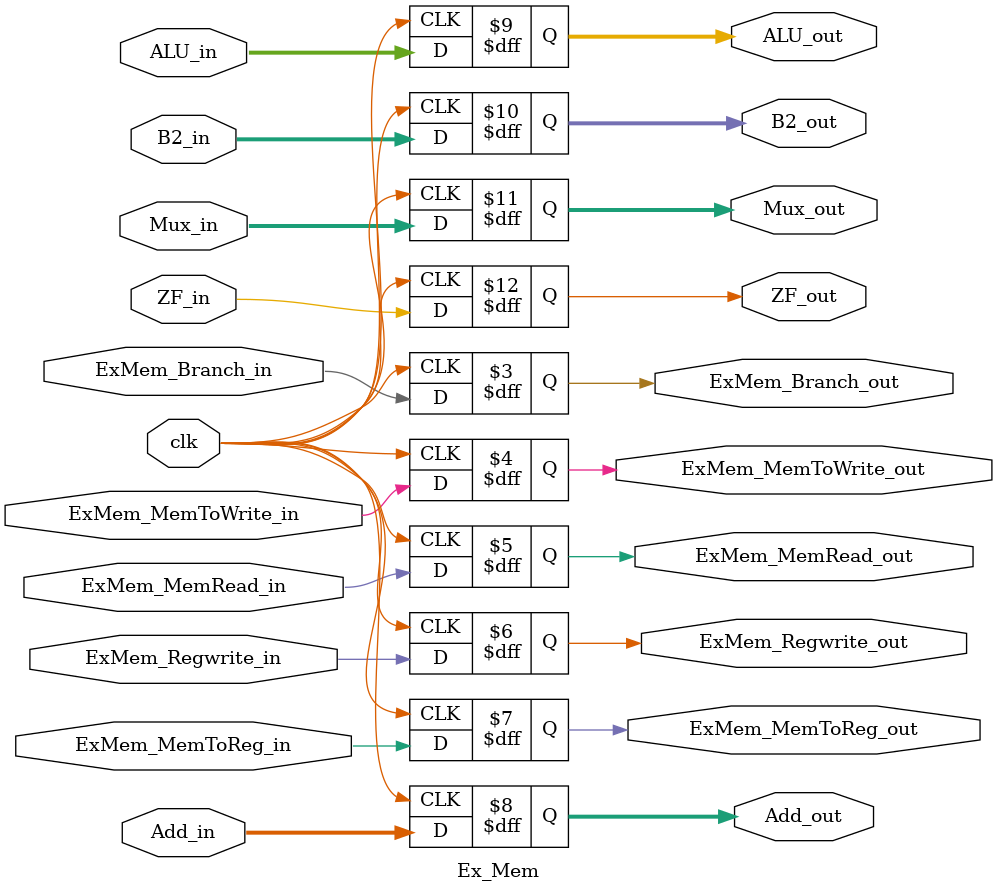
<source format=v>
`timescale 1ns/1ns
/*Las salidas/salidas de la unidad de control que 
se ecuentran aquí vienen todas del bufer "ID_EX" */
module Ex_Mem (
    //entradad de la señal de reloj
    input clk,
    //Entradas de otros modulos
    input [31:00] Add_in,
    input [31:00] ALU_in,
    input [31:00] B2_in,
    input [4:0] Mux_in,
    input ZF_in,
    //Entradas unidad de control
    input ExMem_Branch_in,
    input ExMem_MemToWrite_in,
    input ExMem_MemRead_in,
    input ExMem_Regwrite_in,
    input ExMem_MemToReg_in,
    //Salidas de la unidad de control
    output reg ExMem_Branch_out,
    output reg ExMem_MemToWrite_out,
    output reg ExMem_MemRead_out,
    output reg ExMem_Regwrite_out,
    output reg ExMem_MemToReg_out,
    //Salidas de otros modulos
    output reg [31:00] Add_out,
    output reg [31:00] ALU_out,
    output reg [31:00] B2_out,
    output reg [4:0] Mux_out,
    output reg ZF_out
);

initial
begin
  Add_out = 0;
  ALU_out = 0;
  B2_out = 0;
  Mux_out = 0;
  ZF_out = 0;
  ExMem_Branch_out = 0;
  ExMem_MemToWrite_out = 0;
  ExMem_MemRead_out = 0;
  ExMem_Regwrite_out = 0;
  ExMem_MemToReg_out = 0;
end

always @(posedge clk)
begin
  Add_out = Add_in;
  ALU_out = ALU_in;
  B2_out = B2_in;
  Mux_out = Mux_in;
  ZF_out = ZF_in;
  ExMem_MemRead_out = ExMem_MemRead_in;
  ExMem_Branch_out = ExMem_Branch_in;
  ExMem_MemToWrite_out = ExMem_MemToWrite_in;
  ExMem_Regwrite_out = ExMem_Regwrite_in;
  ExMem_MemToReg_out = ExMem_MemToReg_in;
end

endmodule
</source>
